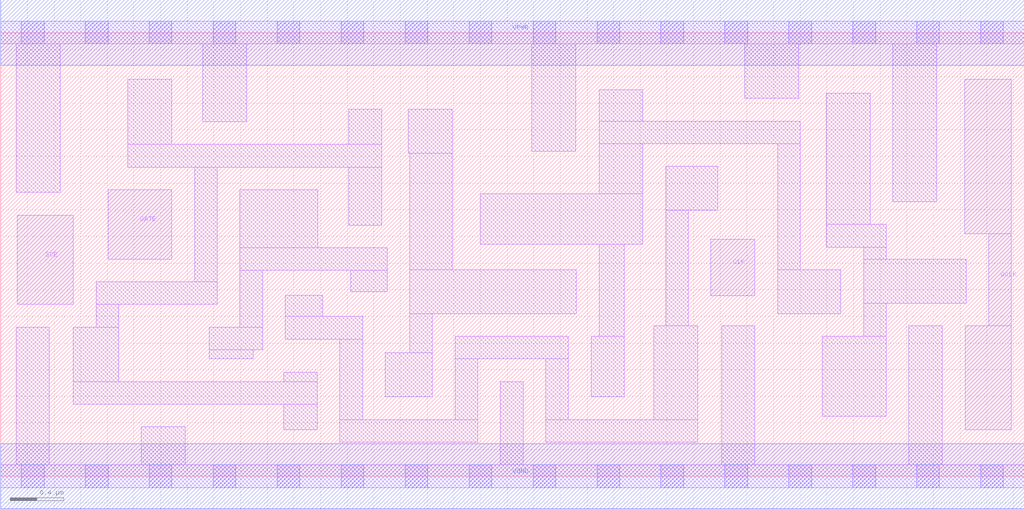
<source format=lef>
# Copyright 2020 The SkyWater PDK Authors
#
# Licensed under the Apache License, Version 2.0 (the "License");
# you may not use this file except in compliance with the License.
# You may obtain a copy of the License at
#
#     https://www.apache.org/licenses/LICENSE-2.0
#
# Unless required by applicable law or agreed to in writing, software
# distributed under the License is distributed on an "AS IS" BASIS,
# WITHOUT WARRANTIES OR CONDITIONS OF ANY KIND, either express or implied.
# See the License for the specific language governing permissions and
# limitations under the License.
#
# SPDX-License-Identifier: Apache-2.0

VERSION 5.7 ;
  NAMESCASESENSITIVE ON ;
  NOWIREEXTENSIONATPIN ON ;
  DIVIDERCHAR "/" ;
  BUSBITCHARS "[]" ;
UNITS
  DATABASE MICRONS 200 ;
END UNITS
MACRO sky130_fd_sc_hs__sdlclkp_1
  CLASS CORE ;
  FOREIGN sky130_fd_sc_hs__sdlclkp_1 ;
  ORIGIN  0.000000  0.000000 ;
  SIZE  7.680000 BY  3.330000 ;
  SYMMETRY X Y ;
  SITE unit ;
  PIN GATE
    ANTENNAGATEAREA  0.208500 ;
    DIRECTION INPUT ;
    USE SIGNAL ;
    PORT
      LAYER li1 ;
        RECT 0.805000 1.630000 1.285000 2.150000 ;
    END
  END GATE
  PIN GCLK
    ANTENNADIFFAREA  0.632800 ;
    DIRECTION OUTPUT ;
    USE SIGNAL ;
    PORT
      LAYER li1 ;
        RECT 7.235000 1.820000 7.585000 2.980000 ;
        RECT 7.240000 0.350000 7.585000 1.130000 ;
        RECT 7.415000 1.130000 7.585000 1.820000 ;
    END
  END GCLK
  PIN SCE
    ANTENNAGATEAREA  0.208500 ;
    DIRECTION INPUT ;
    USE SIGNAL ;
    PORT
      LAYER li1 ;
        RECT 0.125000 1.290000 0.545000 1.960000 ;
    END
  END SCE
  PIN CLK
    ANTENNAGATEAREA  0.459000 ;
    DIRECTION INPUT ;
    USE CLOCK ;
    PORT
      LAYER li1 ;
        RECT 5.330000 1.355000 5.660000 1.780000 ;
    END
  END CLK
  PIN VGND
    DIRECTION INOUT ;
    USE GROUND ;
    PORT
      LAYER met1 ;
        RECT 0.000000 -0.245000 7.680000 0.245000 ;
    END
  END VGND
  PIN VPWR
    DIRECTION INOUT ;
    USE POWER ;
    PORT
      LAYER met1 ;
        RECT 0.000000 3.085000 7.680000 3.575000 ;
    END
  END VPWR
  OBS
    LAYER li1 ;
      RECT 0.000000 -0.085000 7.680000 0.085000 ;
      RECT 0.000000  3.245000 7.680000 3.415000 ;
      RECT 0.115000  0.085000 0.365000 1.120000 ;
      RECT 0.115000  2.130000 0.445000 3.245000 ;
      RECT 0.545000  0.540000 2.375000 0.710000 ;
      RECT 0.545000  0.710000 0.885000 1.120000 ;
      RECT 0.715000  1.120000 0.885000 1.290000 ;
      RECT 0.715000  1.290000 1.625000 1.460000 ;
      RECT 0.955000  2.320000 2.860000 2.490000 ;
      RECT 0.955000  2.490000 1.285000 2.980000 ;
      RECT 1.055000  0.085000 1.385000 0.370000 ;
      RECT 1.455000  1.460000 1.625000 2.320000 ;
      RECT 1.515000  2.660000 1.845000 3.245000 ;
      RECT 1.565000  0.880000 1.895000 0.950000 ;
      RECT 1.565000  0.950000 1.965000 1.120000 ;
      RECT 1.795000  1.120000 1.965000 1.545000 ;
      RECT 1.795000  1.545000 2.900000 1.715000 ;
      RECT 1.795000  1.715000 2.380000 2.150000 ;
      RECT 2.125000  0.350000 2.375000 0.540000 ;
      RECT 2.125000  0.710000 2.375000 0.780000 ;
      RECT 2.135000  1.030000 2.715000 1.200000 ;
      RECT 2.135000  1.200000 2.415000 1.360000 ;
      RECT 2.545000  0.255000 3.580000 0.425000 ;
      RECT 2.545000  0.425000 2.715000 1.030000 ;
      RECT 2.610000  1.885000 2.860000 2.320000 ;
      RECT 2.610000  2.490000 2.860000 2.755000 ;
      RECT 2.625000  1.385000 2.900000 1.545000 ;
      RECT 2.885000  0.595000 3.240000 0.925000 ;
      RECT 3.060000  2.425000 3.390000 2.755000 ;
      RECT 3.070000  0.925000 3.240000 1.220000 ;
      RECT 3.070000  1.220000 4.320000 1.550000 ;
      RECT 3.070000  1.550000 3.390000 2.425000 ;
      RECT 3.410000  0.425000 3.580000 0.880000 ;
      RECT 3.410000  0.880000 4.260000 1.050000 ;
      RECT 3.600000  1.740000 4.820000 2.120000 ;
      RECT 3.750000  0.085000 3.920000 0.710000 ;
      RECT 3.985000  2.440000 4.315000 3.245000 ;
      RECT 4.090000  0.255000 5.230000 0.425000 ;
      RECT 4.090000  0.425000 4.260000 0.880000 ;
      RECT 4.430000  0.595000 4.680000 1.050000 ;
      RECT 4.490000  1.050000 4.680000 1.740000 ;
      RECT 4.490000  2.120000 4.820000 2.495000 ;
      RECT 4.490000  2.495000 6.000000 2.665000 ;
      RECT 4.490000  2.665000 4.820000 2.900000 ;
      RECT 4.900000  0.425000 5.230000 1.130000 ;
      RECT 4.990000  1.130000 5.160000 1.995000 ;
      RECT 4.990000  1.995000 5.380000 2.325000 ;
      RECT 5.410000  0.085000 5.660000 1.130000 ;
      RECT 5.585000  2.835000 5.990000 3.245000 ;
      RECT 5.830000  1.220000 6.305000 1.550000 ;
      RECT 5.830000  1.550000 6.000000 2.495000 ;
      RECT 6.165000  0.450000 6.645000 1.050000 ;
      RECT 6.195000  1.720000 6.645000 1.890000 ;
      RECT 6.195000  1.890000 6.525000 2.875000 ;
      RECT 6.475000  1.050000 6.645000 1.300000 ;
      RECT 6.475000  1.300000 7.245000 1.630000 ;
      RECT 6.475000  1.630000 6.645000 1.720000 ;
      RECT 6.695000  2.060000 7.025000 3.245000 ;
      RECT 6.815000  0.085000 7.065000 1.130000 ;
    LAYER mcon ;
      RECT 0.155000 -0.085000 0.325000 0.085000 ;
      RECT 0.155000  3.245000 0.325000 3.415000 ;
      RECT 0.635000 -0.085000 0.805000 0.085000 ;
      RECT 0.635000  3.245000 0.805000 3.415000 ;
      RECT 1.115000 -0.085000 1.285000 0.085000 ;
      RECT 1.115000  3.245000 1.285000 3.415000 ;
      RECT 1.595000 -0.085000 1.765000 0.085000 ;
      RECT 1.595000  3.245000 1.765000 3.415000 ;
      RECT 2.075000 -0.085000 2.245000 0.085000 ;
      RECT 2.075000  3.245000 2.245000 3.415000 ;
      RECT 2.555000 -0.085000 2.725000 0.085000 ;
      RECT 2.555000  3.245000 2.725000 3.415000 ;
      RECT 3.035000 -0.085000 3.205000 0.085000 ;
      RECT 3.035000  3.245000 3.205000 3.415000 ;
      RECT 3.515000 -0.085000 3.685000 0.085000 ;
      RECT 3.515000  3.245000 3.685000 3.415000 ;
      RECT 3.995000 -0.085000 4.165000 0.085000 ;
      RECT 3.995000  3.245000 4.165000 3.415000 ;
      RECT 4.475000 -0.085000 4.645000 0.085000 ;
      RECT 4.475000  3.245000 4.645000 3.415000 ;
      RECT 4.955000 -0.085000 5.125000 0.085000 ;
      RECT 4.955000  3.245000 5.125000 3.415000 ;
      RECT 5.435000 -0.085000 5.605000 0.085000 ;
      RECT 5.435000  3.245000 5.605000 3.415000 ;
      RECT 5.915000 -0.085000 6.085000 0.085000 ;
      RECT 5.915000  3.245000 6.085000 3.415000 ;
      RECT 6.395000 -0.085000 6.565000 0.085000 ;
      RECT 6.395000  3.245000 6.565000 3.415000 ;
      RECT 6.875000 -0.085000 7.045000 0.085000 ;
      RECT 6.875000  3.245000 7.045000 3.415000 ;
      RECT 7.355000 -0.085000 7.525000 0.085000 ;
      RECT 7.355000  3.245000 7.525000 3.415000 ;
  END
END sky130_fd_sc_hs__sdlclkp_1
END LIBRARY

</source>
